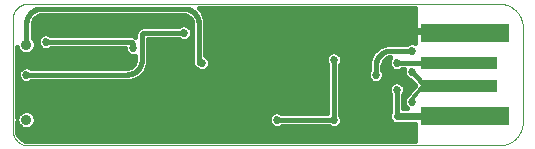
<source format=gbl>
G75*
%MOIN*%
%OFA0B0*%
%FSLAX25Y25*%
%IPPOS*%
%LPD*%
%AMOC8*
5,1,8,0,0,1.08239X$1,22.5*
%
%ADD10C,0.00000*%
%ADD11C,0.03500*%
%ADD12R,0.29528X0.05906*%
%ADD13R,0.25591X0.03937*%
%ADD14C,0.01600*%
%ADD15C,0.02700*%
%ADD16C,0.02400*%
%ADD17C,0.01200*%
D10*
X0011800Y0006800D02*
X0168926Y0006800D01*
X0169116Y0006802D01*
X0169306Y0006809D01*
X0169496Y0006821D01*
X0169686Y0006837D01*
X0169875Y0006857D01*
X0170064Y0006883D01*
X0170252Y0006912D01*
X0170439Y0006947D01*
X0170625Y0006986D01*
X0170810Y0007029D01*
X0170995Y0007077D01*
X0171178Y0007129D01*
X0171359Y0007185D01*
X0171539Y0007246D01*
X0171718Y0007312D01*
X0171895Y0007381D01*
X0172071Y0007455D01*
X0172244Y0007533D01*
X0172416Y0007616D01*
X0172585Y0007702D01*
X0172753Y0007792D01*
X0172918Y0007887D01*
X0173081Y0007985D01*
X0173241Y0008088D01*
X0173399Y0008194D01*
X0173554Y0008304D01*
X0173707Y0008417D01*
X0173857Y0008535D01*
X0174003Y0008656D01*
X0174147Y0008780D01*
X0174288Y0008908D01*
X0174426Y0009039D01*
X0174561Y0009174D01*
X0174692Y0009312D01*
X0174820Y0009453D01*
X0174944Y0009597D01*
X0175065Y0009743D01*
X0175183Y0009893D01*
X0175296Y0010046D01*
X0175406Y0010201D01*
X0175512Y0010359D01*
X0175615Y0010519D01*
X0175713Y0010682D01*
X0175808Y0010847D01*
X0175898Y0011015D01*
X0175984Y0011184D01*
X0176067Y0011356D01*
X0176145Y0011529D01*
X0176219Y0011705D01*
X0176288Y0011882D01*
X0176354Y0012061D01*
X0176415Y0012241D01*
X0176471Y0012422D01*
X0176523Y0012605D01*
X0176571Y0012790D01*
X0176614Y0012975D01*
X0176653Y0013161D01*
X0176688Y0013348D01*
X0176717Y0013536D01*
X0176743Y0013725D01*
X0176763Y0013914D01*
X0176779Y0014104D01*
X0176791Y0014294D01*
X0176798Y0014484D01*
X0176800Y0014674D01*
X0176800Y0046170D01*
X0176798Y0046360D01*
X0176791Y0046550D01*
X0176779Y0046740D01*
X0176763Y0046930D01*
X0176743Y0047119D01*
X0176717Y0047308D01*
X0176688Y0047496D01*
X0176653Y0047683D01*
X0176614Y0047869D01*
X0176571Y0048054D01*
X0176523Y0048239D01*
X0176471Y0048422D01*
X0176415Y0048603D01*
X0176354Y0048783D01*
X0176288Y0048962D01*
X0176219Y0049139D01*
X0176145Y0049315D01*
X0176067Y0049488D01*
X0175984Y0049660D01*
X0175898Y0049829D01*
X0175808Y0049997D01*
X0175713Y0050162D01*
X0175615Y0050325D01*
X0175512Y0050485D01*
X0175406Y0050643D01*
X0175296Y0050798D01*
X0175183Y0050951D01*
X0175065Y0051101D01*
X0174944Y0051247D01*
X0174820Y0051391D01*
X0174692Y0051532D01*
X0174561Y0051670D01*
X0174426Y0051805D01*
X0174288Y0051936D01*
X0174147Y0052064D01*
X0174003Y0052188D01*
X0173857Y0052309D01*
X0173707Y0052427D01*
X0173554Y0052540D01*
X0173399Y0052650D01*
X0173241Y0052756D01*
X0173081Y0052859D01*
X0172918Y0052957D01*
X0172753Y0053052D01*
X0172585Y0053142D01*
X0172416Y0053228D01*
X0172244Y0053311D01*
X0172071Y0053389D01*
X0171895Y0053463D01*
X0171718Y0053532D01*
X0171539Y0053598D01*
X0171359Y0053659D01*
X0171178Y0053715D01*
X0170995Y0053767D01*
X0170810Y0053815D01*
X0170625Y0053858D01*
X0170439Y0053897D01*
X0170252Y0053932D01*
X0170064Y0053961D01*
X0169875Y0053987D01*
X0169686Y0054007D01*
X0169496Y0054023D01*
X0169306Y0054035D01*
X0169116Y0054042D01*
X0168926Y0054044D01*
X0011800Y0054044D01*
X0011660Y0054042D01*
X0011520Y0054036D01*
X0011380Y0054026D01*
X0011240Y0054013D01*
X0011101Y0053995D01*
X0010962Y0053973D01*
X0010825Y0053948D01*
X0010687Y0053919D01*
X0010551Y0053886D01*
X0010416Y0053849D01*
X0010282Y0053808D01*
X0010149Y0053763D01*
X0010017Y0053715D01*
X0009887Y0053663D01*
X0009758Y0053608D01*
X0009631Y0053549D01*
X0009505Y0053486D01*
X0009381Y0053420D01*
X0009260Y0053351D01*
X0009140Y0053278D01*
X0009022Y0053201D01*
X0008907Y0053122D01*
X0008793Y0053039D01*
X0008683Y0052953D01*
X0008574Y0052864D01*
X0008468Y0052772D01*
X0008365Y0052677D01*
X0008264Y0052580D01*
X0008167Y0052479D01*
X0008072Y0052376D01*
X0007980Y0052270D01*
X0007891Y0052161D01*
X0007805Y0052051D01*
X0007722Y0051937D01*
X0007643Y0051822D01*
X0007566Y0051704D01*
X0007493Y0051584D01*
X0007424Y0051463D01*
X0007358Y0051339D01*
X0007295Y0051213D01*
X0007236Y0051086D01*
X0007181Y0050957D01*
X0007129Y0050827D01*
X0007081Y0050695D01*
X0007036Y0050562D01*
X0006995Y0050428D01*
X0006958Y0050293D01*
X0006925Y0050157D01*
X0006896Y0050019D01*
X0006871Y0049882D01*
X0006849Y0049743D01*
X0006831Y0049604D01*
X0006818Y0049464D01*
X0006808Y0049324D01*
X0006802Y0049184D01*
X0006800Y0049044D01*
X0006800Y0011800D01*
X0006802Y0011660D01*
X0006808Y0011520D01*
X0006818Y0011380D01*
X0006831Y0011240D01*
X0006849Y0011101D01*
X0006871Y0010962D01*
X0006896Y0010825D01*
X0006925Y0010687D01*
X0006958Y0010551D01*
X0006995Y0010416D01*
X0007036Y0010282D01*
X0007081Y0010149D01*
X0007129Y0010017D01*
X0007181Y0009887D01*
X0007236Y0009758D01*
X0007295Y0009631D01*
X0007358Y0009505D01*
X0007424Y0009381D01*
X0007493Y0009260D01*
X0007566Y0009140D01*
X0007643Y0009022D01*
X0007722Y0008907D01*
X0007805Y0008793D01*
X0007891Y0008683D01*
X0007980Y0008574D01*
X0008072Y0008468D01*
X0008167Y0008365D01*
X0008264Y0008264D01*
X0008365Y0008167D01*
X0008468Y0008072D01*
X0008574Y0007980D01*
X0008683Y0007891D01*
X0008793Y0007805D01*
X0008907Y0007722D01*
X0009022Y0007643D01*
X0009140Y0007566D01*
X0009260Y0007493D01*
X0009381Y0007424D01*
X0009505Y0007358D01*
X0009631Y0007295D01*
X0009758Y0007236D01*
X0009887Y0007181D01*
X0010017Y0007129D01*
X0010149Y0007081D01*
X0010282Y0007036D01*
X0010416Y0006995D01*
X0010551Y0006958D01*
X0010687Y0006925D01*
X0010825Y0006896D01*
X0010962Y0006871D01*
X0011101Y0006849D01*
X0011240Y0006831D01*
X0011380Y0006818D01*
X0011520Y0006808D01*
X0011660Y0006802D01*
X0011800Y0006800D01*
D11*
X0011300Y0015422D03*
X0011300Y0040422D03*
D12*
X0157587Y0044202D03*
X0157587Y0016642D03*
D13*
X0155619Y0026485D03*
X0155619Y0034359D03*
D14*
X0134800Y0034422D01*
X0132800Y0038422D02*
X0132660Y0038420D01*
X0132520Y0038414D01*
X0132380Y0038404D01*
X0132240Y0038391D01*
X0132101Y0038373D01*
X0131962Y0038351D01*
X0131825Y0038326D01*
X0131687Y0038297D01*
X0131551Y0038264D01*
X0131416Y0038227D01*
X0131282Y0038186D01*
X0131149Y0038141D01*
X0131017Y0038093D01*
X0130887Y0038041D01*
X0130758Y0037986D01*
X0130631Y0037927D01*
X0130505Y0037864D01*
X0130381Y0037798D01*
X0130260Y0037729D01*
X0130140Y0037656D01*
X0130022Y0037579D01*
X0129907Y0037500D01*
X0129793Y0037417D01*
X0129683Y0037331D01*
X0129574Y0037242D01*
X0129468Y0037150D01*
X0129365Y0037055D01*
X0129264Y0036958D01*
X0129167Y0036857D01*
X0129072Y0036754D01*
X0128980Y0036648D01*
X0128891Y0036539D01*
X0128805Y0036429D01*
X0128722Y0036315D01*
X0128643Y0036200D01*
X0128566Y0036082D01*
X0128493Y0035962D01*
X0128424Y0035841D01*
X0128358Y0035717D01*
X0128295Y0035591D01*
X0128236Y0035464D01*
X0128181Y0035335D01*
X0128129Y0035205D01*
X0128081Y0035073D01*
X0128036Y0034940D01*
X0127995Y0034806D01*
X0127958Y0034671D01*
X0127925Y0034535D01*
X0127896Y0034397D01*
X0127871Y0034260D01*
X0127849Y0034121D01*
X0127831Y0033982D01*
X0127818Y0033842D01*
X0127808Y0033702D01*
X0127802Y0033562D01*
X0127800Y0033422D01*
X0127800Y0030422D01*
X0125050Y0030778D02*
X0116000Y0030778D01*
X0111600Y0030778D02*
X0050338Y0030778D01*
X0050904Y0031344D02*
X0050904Y0031344D01*
X0052000Y0033990D01*
X0052000Y0042222D01*
X0062111Y0042222D01*
X0062242Y0042091D01*
X0063253Y0041672D01*
X0064347Y0041672D01*
X0065358Y0042091D01*
X0066131Y0042864D01*
X0066550Y0043875D01*
X0066550Y0044969D01*
X0066131Y0045980D01*
X0065358Y0046753D01*
X0064347Y0047172D01*
X0063253Y0047172D01*
X0062242Y0046753D01*
X0062111Y0046622D01*
X0049889Y0046622D01*
X0049815Y0046548D01*
X0048457Y0045765D01*
X0047674Y0044407D01*
X0047600Y0044333D01*
X0047600Y0043078D01*
X0046785Y0043548D01*
X0046711Y0043622D01*
X0019489Y0043622D01*
X0019358Y0043753D01*
X0018347Y0044172D01*
X0017253Y0044172D01*
X0016242Y0043753D01*
X0015469Y0042980D01*
X0015050Y0041969D01*
X0015050Y0040875D01*
X0015469Y0039864D01*
X0016242Y0039091D01*
X0017253Y0038672D01*
X0018347Y0038672D01*
X0019358Y0039091D01*
X0019489Y0039222D01*
X0044050Y0039222D01*
X0044050Y0038875D01*
X0044469Y0037864D01*
X0045242Y0037091D01*
X0046253Y0036672D01*
X0047347Y0036672D01*
X0047600Y0036777D01*
X0047600Y0035422D01*
X0047546Y0034876D01*
X0047128Y0033866D01*
X0046356Y0033094D01*
X0045346Y0032676D01*
X0044800Y0032622D01*
X0012989Y0032622D01*
X0012858Y0032753D01*
X0011847Y0033172D01*
X0010753Y0033172D01*
X0009742Y0032753D01*
X0008969Y0031980D01*
X0008550Y0030969D01*
X0008550Y0029875D01*
X0008969Y0028864D01*
X0009742Y0028091D01*
X0010753Y0027672D01*
X0011847Y0027672D01*
X0012858Y0028091D01*
X0012989Y0028222D01*
X0046232Y0028222D01*
X0048878Y0029318D01*
X0048878Y0029318D01*
X0050904Y0031344D01*
X0051332Y0032376D02*
X0067735Y0032376D01*
X0067889Y0032222D02*
X0068111Y0032222D01*
X0068242Y0032091D01*
X0069253Y0031672D01*
X0070347Y0031672D01*
X0071358Y0032091D01*
X0072131Y0032864D01*
X0072550Y0033875D01*
X0072550Y0034969D01*
X0072131Y0035980D01*
X0071358Y0036753D01*
X0071000Y0036902D01*
X0071000Y0048854D01*
X0069904Y0051500D01*
X0069904Y0051500D01*
X0068760Y0052644D01*
X0140800Y0052644D01*
X0140800Y0040984D01*
X0140347Y0041172D01*
X0139253Y0041172D01*
X0138242Y0040753D01*
X0138111Y0040622D01*
X0131368Y0040622D01*
X0128722Y0039526D01*
X0128722Y0039526D01*
X0126696Y0037500D01*
X0125600Y0034854D01*
X0125600Y0032111D01*
X0125469Y0031980D01*
X0125050Y0030969D01*
X0125050Y0029875D01*
X0125469Y0028864D01*
X0126242Y0028091D01*
X0127253Y0027672D01*
X0128347Y0027672D01*
X0129358Y0028091D01*
X0130131Y0028864D01*
X0130550Y0029875D01*
X0130550Y0030969D01*
X0130131Y0031980D01*
X0130000Y0032111D01*
X0130000Y0033422D01*
X0130054Y0033968D01*
X0130472Y0034978D01*
X0131244Y0035750D01*
X0132254Y0036168D01*
X0132701Y0036212D01*
X0132469Y0035980D01*
X0132050Y0034969D01*
X0132050Y0033875D01*
X0132469Y0032864D01*
X0133242Y0032091D01*
X0134253Y0031672D01*
X0135347Y0031672D01*
X0136358Y0032091D01*
X0136484Y0032217D01*
X0137152Y0032215D01*
X0137050Y0031969D01*
X0137050Y0030875D01*
X0137469Y0029864D01*
X0138242Y0029091D01*
X0139253Y0028672D01*
X0139302Y0028672D01*
X0140800Y0026987D01*
X0140800Y0026482D01*
X0138354Y0023804D01*
X0138346Y0023796D01*
X0138242Y0023753D01*
X0137469Y0022980D01*
X0137050Y0021969D01*
X0137050Y0020875D01*
X0137469Y0019864D01*
X0138090Y0019242D01*
X0137000Y0019242D01*
X0137000Y0023733D01*
X0137131Y0023864D01*
X0137550Y0024875D01*
X0137550Y0025969D01*
X0137131Y0026980D01*
X0136358Y0027753D01*
X0135347Y0028172D01*
X0134253Y0028172D01*
X0133242Y0027753D01*
X0132469Y0026980D01*
X0132050Y0025969D01*
X0132050Y0024875D01*
X0132469Y0023864D01*
X0132600Y0023733D01*
X0132600Y0018119D01*
X0132596Y0018115D01*
X0132200Y0017160D01*
X0132200Y0016125D01*
X0132596Y0015170D01*
X0133327Y0014438D01*
X0134283Y0014042D01*
X0140800Y0014042D01*
X0140800Y0008200D01*
X0011800Y0008200D01*
X0011098Y0008269D01*
X0009800Y0008807D01*
X0008807Y0009800D01*
X0008269Y0011098D01*
X0008200Y0011800D01*
X0008200Y0014675D01*
X0008630Y0013638D01*
X0009516Y0012752D01*
X0010673Y0012272D01*
X0011927Y0012272D01*
X0013084Y0012752D01*
X0013970Y0013638D01*
X0014450Y0014795D01*
X0014450Y0016049D01*
X0013970Y0017206D01*
X0013084Y0018092D01*
X0011927Y0018572D01*
X0010673Y0018572D01*
X0009516Y0018092D01*
X0008630Y0017206D01*
X0008200Y0016169D01*
X0008200Y0039675D01*
X0008630Y0038638D01*
X0009516Y0037752D01*
X0010673Y0037272D01*
X0011927Y0037272D01*
X0013084Y0037752D01*
X0013970Y0038638D01*
X0014450Y0039795D01*
X0014450Y0041049D01*
X0013970Y0042206D01*
X0013500Y0042677D01*
X0013500Y0047422D01*
X0013554Y0047968D01*
X0013972Y0048978D01*
X0014744Y0049750D01*
X0015754Y0050168D01*
X0016300Y0050222D01*
X0063800Y0050222D01*
X0064346Y0050168D01*
X0065356Y0049750D01*
X0066128Y0048978D01*
X0066546Y0047968D01*
X0066600Y0047422D01*
X0066600Y0033511D01*
X0067889Y0032222D01*
X0071643Y0032376D02*
X0111600Y0032376D01*
X0111600Y0033733D02*
X0111600Y0017622D01*
X0096489Y0017622D01*
X0096358Y0017753D01*
X0095347Y0018172D01*
X0094253Y0018172D01*
X0093242Y0017753D01*
X0092469Y0016980D01*
X0092050Y0015969D01*
X0092050Y0014875D01*
X0092469Y0013864D01*
X0093242Y0013091D01*
X0094253Y0012672D01*
X0095347Y0012672D01*
X0096358Y0013091D01*
X0096489Y0013222D01*
X0112111Y0013222D01*
X0112242Y0013091D01*
X0113253Y0012672D01*
X0114347Y0012672D01*
X0115358Y0013091D01*
X0116131Y0013864D01*
X0116550Y0014875D01*
X0116550Y0015969D01*
X0116131Y0016980D01*
X0116000Y0017111D01*
X0116000Y0033733D01*
X0116131Y0033864D01*
X0116550Y0034875D01*
X0116550Y0035969D01*
X0116131Y0036980D01*
X0115358Y0037753D01*
X0114347Y0038172D01*
X0113253Y0038172D01*
X0112242Y0037753D01*
X0111469Y0036980D01*
X0111050Y0035969D01*
X0111050Y0034875D01*
X0111469Y0033864D01*
X0111600Y0033733D01*
X0111423Y0033975D02*
X0072550Y0033975D01*
X0069800Y0034422D02*
X0068800Y0034422D01*
X0068800Y0047422D01*
X0071000Y0046763D02*
X0140800Y0046763D01*
X0140800Y0048361D02*
X0071000Y0048361D01*
X0070542Y0049960D02*
X0140800Y0049960D01*
X0140800Y0051558D02*
X0069846Y0051558D01*
X0064849Y0049960D02*
X0015251Y0049960D01*
X0013717Y0048361D02*
X0066383Y0048361D01*
X0068800Y0047422D02*
X0068798Y0047562D01*
X0068792Y0047702D01*
X0068782Y0047842D01*
X0068769Y0047982D01*
X0068751Y0048121D01*
X0068729Y0048260D01*
X0068704Y0048397D01*
X0068675Y0048535D01*
X0068642Y0048671D01*
X0068605Y0048806D01*
X0068564Y0048940D01*
X0068519Y0049073D01*
X0068471Y0049205D01*
X0068419Y0049335D01*
X0068364Y0049464D01*
X0068305Y0049591D01*
X0068242Y0049717D01*
X0068176Y0049841D01*
X0068107Y0049962D01*
X0068034Y0050082D01*
X0067957Y0050200D01*
X0067878Y0050315D01*
X0067795Y0050429D01*
X0067709Y0050539D01*
X0067620Y0050648D01*
X0067528Y0050754D01*
X0067433Y0050857D01*
X0067336Y0050958D01*
X0067235Y0051055D01*
X0067132Y0051150D01*
X0067026Y0051242D01*
X0066917Y0051331D01*
X0066807Y0051417D01*
X0066693Y0051500D01*
X0066578Y0051579D01*
X0066460Y0051656D01*
X0066340Y0051729D01*
X0066219Y0051798D01*
X0066095Y0051864D01*
X0065969Y0051927D01*
X0065842Y0051986D01*
X0065713Y0052041D01*
X0065583Y0052093D01*
X0065451Y0052141D01*
X0065318Y0052186D01*
X0065184Y0052227D01*
X0065049Y0052264D01*
X0064913Y0052297D01*
X0064775Y0052326D01*
X0064638Y0052351D01*
X0064499Y0052373D01*
X0064360Y0052391D01*
X0064220Y0052404D01*
X0064080Y0052414D01*
X0063940Y0052420D01*
X0063800Y0052422D01*
X0016300Y0052422D01*
X0016160Y0052420D01*
X0016020Y0052414D01*
X0015880Y0052404D01*
X0015740Y0052391D01*
X0015601Y0052373D01*
X0015462Y0052351D01*
X0015325Y0052326D01*
X0015187Y0052297D01*
X0015051Y0052264D01*
X0014916Y0052227D01*
X0014782Y0052186D01*
X0014649Y0052141D01*
X0014517Y0052093D01*
X0014387Y0052041D01*
X0014258Y0051986D01*
X0014131Y0051927D01*
X0014005Y0051864D01*
X0013881Y0051798D01*
X0013760Y0051729D01*
X0013640Y0051656D01*
X0013522Y0051579D01*
X0013407Y0051500D01*
X0013293Y0051417D01*
X0013183Y0051331D01*
X0013074Y0051242D01*
X0012968Y0051150D01*
X0012865Y0051055D01*
X0012764Y0050958D01*
X0012667Y0050857D01*
X0012572Y0050754D01*
X0012480Y0050648D01*
X0012391Y0050539D01*
X0012305Y0050429D01*
X0012222Y0050315D01*
X0012143Y0050200D01*
X0012066Y0050082D01*
X0011993Y0049962D01*
X0011924Y0049841D01*
X0011858Y0049717D01*
X0011795Y0049591D01*
X0011736Y0049464D01*
X0011681Y0049335D01*
X0011629Y0049205D01*
X0011581Y0049073D01*
X0011536Y0048940D01*
X0011495Y0048806D01*
X0011458Y0048671D01*
X0011425Y0048535D01*
X0011396Y0048397D01*
X0011371Y0048260D01*
X0011349Y0048121D01*
X0011331Y0047982D01*
X0011318Y0047842D01*
X0011308Y0047702D01*
X0011302Y0047562D01*
X0011300Y0047422D01*
X0011300Y0040422D01*
X0014450Y0040369D02*
X0015260Y0040369D01*
X0014025Y0038770D02*
X0017016Y0038770D01*
X0018584Y0038770D02*
X0044093Y0038770D01*
X0046800Y0039422D02*
X0046800Y0040422D01*
X0046798Y0040482D01*
X0046793Y0040543D01*
X0046784Y0040602D01*
X0046771Y0040661D01*
X0046755Y0040720D01*
X0046735Y0040777D01*
X0046712Y0040832D01*
X0046685Y0040887D01*
X0046656Y0040939D01*
X0046623Y0040990D01*
X0046587Y0041039D01*
X0046549Y0041085D01*
X0046507Y0041129D01*
X0046463Y0041171D01*
X0046417Y0041209D01*
X0046368Y0041245D01*
X0046317Y0041278D01*
X0046265Y0041307D01*
X0046210Y0041334D01*
X0046155Y0041357D01*
X0046098Y0041377D01*
X0046039Y0041393D01*
X0045980Y0041406D01*
X0045921Y0041415D01*
X0045860Y0041420D01*
X0045800Y0041422D01*
X0017800Y0041422D01*
X0017575Y0041422D01*
X0015050Y0041967D02*
X0014069Y0041967D01*
X0013500Y0043566D02*
X0016055Y0043566D01*
X0013500Y0045164D02*
X0048111Y0045164D01*
X0048457Y0045765D02*
X0048457Y0045765D01*
X0048457Y0045765D01*
X0050800Y0044422D02*
X0063800Y0044422D01*
X0066422Y0043566D02*
X0066600Y0043566D01*
X0066600Y0045164D02*
X0066469Y0045164D01*
X0071000Y0045164D02*
X0140800Y0045164D01*
X0140800Y0043566D02*
X0071000Y0043566D01*
X0071000Y0041967D02*
X0140800Y0041967D01*
X0146367Y0044800D02*
X0134800Y0045422D01*
X0146367Y0044800D02*
X0157587Y0044202D01*
X0139800Y0038422D02*
X0132800Y0038422D01*
X0127966Y0038770D02*
X0071000Y0038770D01*
X0071000Y0040369D02*
X0130756Y0040369D01*
X0126696Y0037500D02*
X0126696Y0037500D01*
X0126560Y0037172D02*
X0115939Y0037172D01*
X0111661Y0037172D02*
X0071000Y0037172D01*
X0066600Y0037172D02*
X0052000Y0037172D01*
X0052000Y0038770D02*
X0066600Y0038770D01*
X0066600Y0040369D02*
X0052000Y0040369D01*
X0052000Y0041967D02*
X0062540Y0041967D01*
X0065060Y0041967D02*
X0066600Y0041967D01*
X0066600Y0046763D02*
X0065335Y0046763D01*
X0062265Y0046763D02*
X0013500Y0046763D01*
X0008575Y0038770D02*
X0008200Y0038770D01*
X0008200Y0037172D02*
X0045161Y0037172D01*
X0049800Y0035422D02*
X0049798Y0035282D01*
X0049792Y0035142D01*
X0049782Y0035002D01*
X0049769Y0034862D01*
X0049751Y0034723D01*
X0049729Y0034584D01*
X0049704Y0034447D01*
X0049675Y0034309D01*
X0049642Y0034173D01*
X0049605Y0034038D01*
X0049564Y0033904D01*
X0049519Y0033771D01*
X0049471Y0033639D01*
X0049419Y0033509D01*
X0049364Y0033380D01*
X0049305Y0033253D01*
X0049242Y0033127D01*
X0049176Y0033003D01*
X0049107Y0032882D01*
X0049034Y0032762D01*
X0048957Y0032644D01*
X0048878Y0032529D01*
X0048795Y0032415D01*
X0048709Y0032305D01*
X0048620Y0032196D01*
X0048528Y0032090D01*
X0048433Y0031987D01*
X0048336Y0031886D01*
X0048235Y0031789D01*
X0048132Y0031694D01*
X0048026Y0031602D01*
X0047917Y0031513D01*
X0047807Y0031427D01*
X0047693Y0031344D01*
X0047578Y0031265D01*
X0047460Y0031188D01*
X0047340Y0031115D01*
X0047219Y0031046D01*
X0047095Y0030980D01*
X0046969Y0030917D01*
X0046842Y0030858D01*
X0046713Y0030803D01*
X0046583Y0030751D01*
X0046451Y0030703D01*
X0046318Y0030658D01*
X0046184Y0030617D01*
X0046049Y0030580D01*
X0045913Y0030547D01*
X0045775Y0030518D01*
X0045638Y0030493D01*
X0045499Y0030471D01*
X0045360Y0030453D01*
X0045220Y0030440D01*
X0045080Y0030430D01*
X0044940Y0030424D01*
X0044800Y0030422D01*
X0011300Y0030422D01*
X0008550Y0030778D02*
X0008200Y0030778D01*
X0008200Y0032376D02*
X0009365Y0032376D01*
X0008200Y0033975D02*
X0047173Y0033975D01*
X0047600Y0035573D02*
X0008200Y0035573D01*
X0008200Y0029179D02*
X0008838Y0029179D01*
X0008200Y0027581D02*
X0111600Y0027581D01*
X0111600Y0029179D02*
X0048543Y0029179D01*
X0051994Y0033975D02*
X0066600Y0033975D01*
X0066600Y0035573D02*
X0052000Y0035573D01*
X0049800Y0035422D02*
X0049800Y0043422D01*
X0049802Y0043482D01*
X0049807Y0043543D01*
X0049816Y0043602D01*
X0049829Y0043661D01*
X0049845Y0043720D01*
X0049865Y0043777D01*
X0049888Y0043832D01*
X0049915Y0043887D01*
X0049944Y0043939D01*
X0049977Y0043990D01*
X0050013Y0044039D01*
X0050051Y0044085D01*
X0050093Y0044129D01*
X0050137Y0044171D01*
X0050183Y0044209D01*
X0050232Y0044245D01*
X0050283Y0044278D01*
X0050335Y0044307D01*
X0050390Y0044334D01*
X0050445Y0044357D01*
X0050502Y0044377D01*
X0050561Y0044393D01*
X0050620Y0044406D01*
X0050679Y0044415D01*
X0050740Y0044420D01*
X0050800Y0044422D01*
X0047600Y0043566D02*
X0046767Y0043566D01*
X0072300Y0035573D02*
X0111050Y0035573D01*
X0113800Y0035422D02*
X0113800Y0015422D01*
X0094800Y0015422D01*
X0092225Y0016391D02*
X0014308Y0016391D01*
X0014449Y0014793D02*
X0092084Y0014793D01*
X0093139Y0013194D02*
X0013527Y0013194D01*
X0015800Y0011422D02*
X0015800Y0020422D01*
X0013187Y0017990D02*
X0093813Y0017990D01*
X0095787Y0017990D02*
X0111600Y0017990D01*
X0111600Y0019588D02*
X0008200Y0019588D01*
X0008200Y0017990D02*
X0009413Y0017990D01*
X0008292Y0016391D02*
X0008200Y0016391D01*
X0008200Y0013194D02*
X0009073Y0013194D01*
X0008220Y0011596D02*
X0140800Y0011596D01*
X0137532Y0009154D02*
X0137461Y0009086D01*
X0137388Y0009021D01*
X0137312Y0008959D01*
X0137233Y0008899D01*
X0137153Y0008843D01*
X0137070Y0008790D01*
X0136986Y0008741D01*
X0136899Y0008694D01*
X0136811Y0008652D01*
X0136721Y0008612D01*
X0136629Y0008577D01*
X0136537Y0008544D01*
X0136443Y0008516D01*
X0136348Y0008491D01*
X0136252Y0008470D01*
X0136155Y0008453D01*
X0136058Y0008439D01*
X0135960Y0008430D01*
X0135862Y0008424D01*
X0135764Y0008422D01*
X0077300Y0008422D01*
X0077202Y0008424D01*
X0077104Y0008430D01*
X0077006Y0008439D01*
X0076909Y0008453D01*
X0076812Y0008470D01*
X0076716Y0008491D01*
X0076621Y0008516D01*
X0076527Y0008544D01*
X0076435Y0008577D01*
X0076343Y0008612D01*
X0076253Y0008652D01*
X0076165Y0008694D01*
X0076078Y0008741D01*
X0075994Y0008790D01*
X0075911Y0008843D01*
X0075831Y0008899D01*
X0075752Y0008959D01*
X0075676Y0009021D01*
X0075603Y0009086D01*
X0075532Y0009154D01*
X0075464Y0009225D01*
X0075399Y0009298D01*
X0075337Y0009374D01*
X0075277Y0009453D01*
X0075221Y0009533D01*
X0075168Y0009616D01*
X0075119Y0009700D01*
X0075072Y0009787D01*
X0075030Y0009875D01*
X0074990Y0009965D01*
X0074955Y0010057D01*
X0074922Y0010149D01*
X0074894Y0010243D01*
X0074869Y0010338D01*
X0074848Y0010434D01*
X0074831Y0010531D01*
X0074817Y0010628D01*
X0074808Y0010726D01*
X0074802Y0010824D01*
X0074800Y0010922D01*
X0074800Y0013422D01*
X0096461Y0013194D02*
X0112139Y0013194D01*
X0115461Y0013194D02*
X0140800Y0013194D01*
X0132973Y0014793D02*
X0116516Y0014793D01*
X0116375Y0016391D02*
X0132200Y0016391D01*
X0134800Y0016642D02*
X0134800Y0025422D01*
X0132055Y0025982D02*
X0116000Y0025982D01*
X0111600Y0025982D02*
X0008200Y0025982D01*
X0008200Y0024384D02*
X0111600Y0024384D01*
X0111600Y0022785D02*
X0008200Y0022785D01*
X0008200Y0021187D02*
X0111600Y0021187D01*
X0116000Y0021187D02*
X0132600Y0021187D01*
X0137000Y0021187D02*
X0137050Y0021187D01*
X0137000Y0022785D02*
X0137388Y0022785D01*
X0137346Y0024384D02*
X0138883Y0024384D01*
X0137545Y0025982D02*
X0140344Y0025982D01*
X0143800Y0026800D02*
X0147800Y0026800D01*
X0144800Y0025800D02*
X0155619Y0026485D01*
X0143800Y0026800D01*
X0144800Y0025800D02*
X0139800Y0031422D01*
X0137090Y0030778D02*
X0130550Y0030778D01*
X0130262Y0029179D02*
X0138154Y0029179D01*
X0136530Y0027581D02*
X0140272Y0027581D01*
X0133070Y0027581D02*
X0116000Y0027581D01*
X0116000Y0029179D02*
X0125338Y0029179D01*
X0125600Y0032376D02*
X0116000Y0032376D01*
X0116177Y0033975D02*
X0125600Y0033975D01*
X0125898Y0035573D02*
X0116550Y0035573D01*
X0130056Y0033975D02*
X0132050Y0033975D01*
X0132300Y0035573D02*
X0131067Y0035573D01*
X0130000Y0032376D02*
X0132957Y0032376D01*
X0132254Y0024384D02*
X0116000Y0024384D01*
X0116000Y0022785D02*
X0132600Y0022785D01*
X0132600Y0019588D02*
X0116000Y0019588D01*
X0116000Y0017990D02*
X0132544Y0017990D01*
X0137000Y0019588D02*
X0137745Y0019588D01*
X0140800Y0009997D02*
X0008725Y0009997D01*
X0010785Y0008399D02*
X0140800Y0008399D01*
X0137800Y0009422D02*
X0137532Y0009154D01*
D15*
X0137800Y0009422D03*
X0113800Y0015422D03*
X0094800Y0015422D03*
X0074800Y0013422D03*
X0127800Y0030422D03*
X0134800Y0034422D03*
X0139800Y0031422D03*
X0134800Y0025422D03*
X0139800Y0021422D03*
X0113800Y0035422D03*
X0139800Y0038422D03*
X0134800Y0045422D03*
X0069800Y0034422D03*
X0046800Y0039422D03*
X0063800Y0044422D03*
X0017800Y0041422D03*
X0011300Y0030422D03*
X0015800Y0020422D03*
X0015800Y0011422D03*
D16*
X0134800Y0016642D02*
X0157587Y0016642D01*
X0157587Y0044202D02*
X0134800Y0045422D01*
D17*
X0143800Y0026800D02*
X0139800Y0022422D01*
X0139800Y0021422D01*
M02*

</source>
